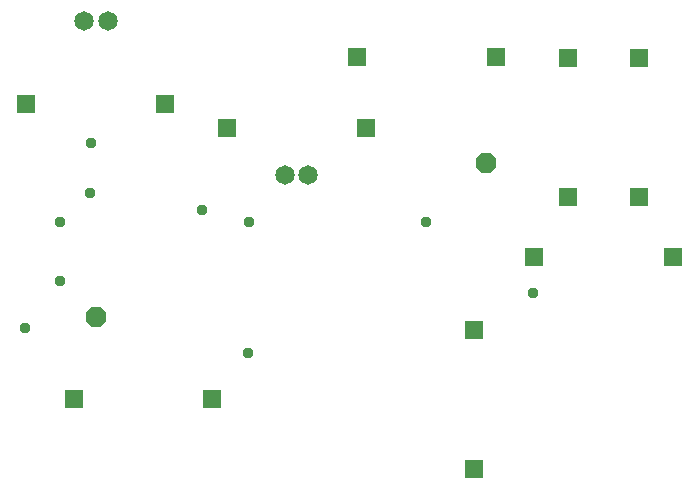
<source format=gbr>
G04 EAGLE Gerber RS-274X export*
G75*
%MOMM*%
%FSLAX34Y34*%
%LPD*%
%INSoldermask Bottom*%
%IPPOS*%
%AMOC8*
5,1,8,0,0,1.08239X$1,22.5*%
G01*
G04 Define Apertures*
%ADD10R,1.633200X1.633200*%
%ADD11C,1.653200*%
%ADD12P,1.8695X8X22.5*%
%ADD13C,0.959600*%
D10*
X420000Y21200D03*
X420000Y138800D03*
X321200Y370000D03*
X438800Y370000D03*
X500000Y368800D03*
X500000Y251200D03*
X560000Y368800D03*
X560000Y251200D03*
X328800Y310000D03*
X211200Y310000D03*
X198800Y80000D03*
X81200Y80000D03*
X471200Y200000D03*
X588800Y200000D03*
D11*
X90000Y400000D03*
X110000Y400000D03*
X280000Y270000D03*
X260000Y270000D03*
D10*
X41200Y330000D03*
X158800Y330000D03*
D12*
X430000Y280000D03*
X100000Y150000D03*
D13*
X190000Y240000D03*
X380000Y230000D03*
X70000Y230000D03*
X70000Y180000D03*
X230000Y230000D03*
X470000Y170000D03*
X95000Y255000D03*
X96000Y297000D03*
X229000Y119000D03*
X40000Y140000D03*
M02*

</source>
